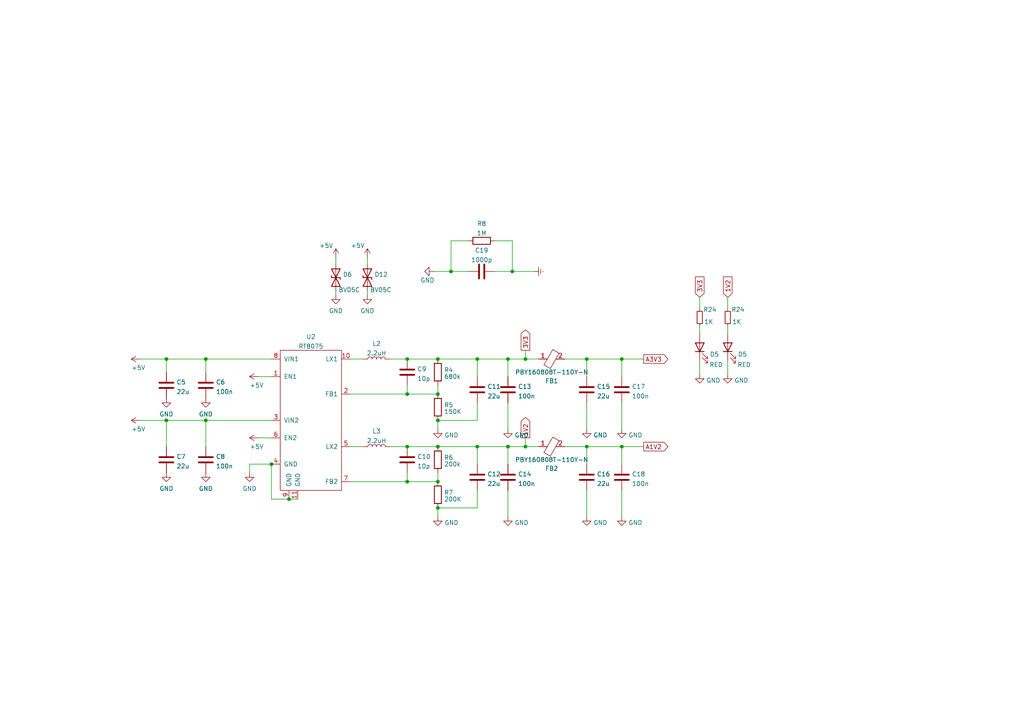
<source format=kicad_sch>
(kicad_sch (version 20230121) (generator eeschema)
  (paper "A4")
  (lib_symbols
    (symbol "Device:C" (pin_numbers hide) (pin_names (offset 0.254))
      (property "Reference" "C" (at 0.635 2.54 0))
      (property "Value" "C" (at 0.635 -2.54 0))
      (symbol "C_0_1"
        (polyline (pts (xy -2.032 -0.762) (xy 2.032 -0.762)) (stroke (width 0.508)))
        (polyline (pts (xy -2.032 0.762) (xy 2.032 0.762)) (stroke (width 0.508)))
      )
      (symbol "C_1_1"
        (pin passive line (at 0 3.81 270) (length 2.794) (name "~") (number "1"))
        (pin passive line (at 0 -3.81 90) (length 2.794) (name "~") (number "2"))
      )
    )
    (symbol "Device:D_TVS" (pin_numbers hide) (pin_names (offset 1.016) hide)
      (property "Reference" "D" (at 0 2.54 0))
      (property "Value" "D_TVS" (at 0 -2.54 0))
      (symbol "D_TVS_0_1"
        (polyline (pts (xy 1.27 0) (xy -1.27 0)))
        (polyline (pts (xy 0.508 1.27) (xy 0 1.27) (xy 0 -1.27) (xy -0.508 -1.27)) (stroke (width 0.254)))
        (polyline (pts (xy -2.54 1.27) (xy -2.54 -1.27) (xy 2.54 1.27) (xy 2.54 -1.27) (xy -2.54 1.27)) (stroke (width 0.254)))
      )
      (symbol "D_TVS_1_1"
        (pin passive line (at -3.81 0 0) (length 2.54) (name "A1") (number "1"))
        (pin passive line (at 3.81 0 180) (length 2.54) (name "A2") (number "2"))
      )
    )
    (symbol "Device:L" (pin_numbers hide) (pin_names (offset 1.016) hide)
      (property "Reference" "L" (at -1.27 0 90))
      (property "Value" "L" (at 1.905 0 90))
      (symbol "L_0_1"
        (arc (start 0 -2.54) (mid 0.6323 -1.905) (end 0 -1.27))
        (arc (start 0 -1.27) (mid 0.6323 -0.635) (end 0 0))
        (arc (start 0 0) (mid 0.6323 0.635) (end 0 1.27))
        (arc (start 0 1.27) (mid 0.6323 1.905) (end 0 2.54))
      )
      (symbol "L_1_1"
        (pin passive line (at 0 3.81 270) (length 1.27) (name "1") (number "1"))
        (pin passive line (at 0 -3.81 90) (length 1.27) (name "2") (number "2"))
      )
    )
    (symbol "Device:LED" (pin_numbers hide) (pin_names (offset 1.016) hide)
      (property "Reference" "D" (at 0 2.54 0))
      (property "Value" "LED" (at 0 -2.54 0))
      (symbol "LED_0_1"
        (polyline (pts (xy -1.27 -1.27) (xy -1.27 1.27)) (stroke (width 0.254)))
        (polyline (pts (xy -1.27 0) (xy 1.27 0)))
        (polyline (pts (xy 1.27 -1.27) (xy 1.27 1.27) (xy -1.27 0) (xy 1.27 -1.27)) (stroke (width 0.254)))
        (polyline (pts (xy -3.048 -0.762) (xy -4.572 -2.286) (xy -3.81 -2.286) (xy -4.572 -2.286) (xy -4.572 -1.524)))
        (polyline (pts (xy -1.778 -0.762) (xy -3.302 -2.286) (xy -2.54 -2.286) (xy -3.302 -2.286) (xy -3.302 -1.524)))
      )
      (symbol "LED_1_1"
        (pin passive line (at -3.81 0 0) (length 2.54) (name "K") (number "1"))
        (pin passive line (at 3.81 0 180) (length 2.54) (name "A") (number "2"))
      )
    )
    (symbol "Device:R" (pin_numbers hide) (pin_names (offset 0))
      (property "Reference" "R" (at 2.032 0 90))
      (property "Value" "R" (at 0 0 90))
      (symbol "R_0_1"
        (rectangle (start -1.016 -2.54) (end 1.016 2.54) (stroke (width 0.254)))
      )
      (symbol "R_1_1"
        (pin passive line (at 0 3.81 270) (length 1.27) (name "~") (number "1"))
        (pin passive line (at 0 -3.81 90) (length 1.27) (name "~") (number "2"))
      )
    )
    (symbol "Device:R_Small" (pin_numbers hide) (pin_names (offset 0.254) hide)
      (property "Reference" "R" (at 0.762 0.508 0))
      (property "Value" "R_Small" (at 0.762 -1.016 0))
      (symbol "R_Small_0_1"
        (rectangle (start -0.762 1.778) (end 0.762 -1.778) (stroke (width 0.2032)))
      )
      (symbol "R_Small_1_1"
        (pin passive line (at 0 2.54 270) (length 0.762) (name "~") (number "1"))
        (pin passive line (at 0 -2.54 90) (length 0.762) (name "~") (number "2"))
      )
    )
    (symbol "ECAT:PBY160808T-110Y-N"
      (property "Reference" "FB" (at 0 -5.08 0))
      (property "Value" "PBY160808T-110Y-N" (at 0 3.81 0))
      (symbol "PBY160808T-110Y-N_0_1"
        (polyline (pts (xy -1.4986 -0.4064) (xy -1.524 -0.4064)))
        (polyline (pts (xy 1.0414 -0.4064) (xy 0.9906 -0.4064)))
        (polyline (pts (xy -0.635 -3.175) (xy -2.4892 -2.1082) (xy 0.0762 2.3622) (xy 1.9304 1.27) (xy -0.635 -3.175)))
      )
      (symbol "PBY160808T-110Y-N_1_1"
        (pin passive line (at -4.0386 -0.4064 0) (length 2.54) (name "~") (number "1"))
        (pin passive line (at 3.5814 -0.4064 180) (length 2.54) (name "~") (number "2"))
      )
    )
    (symbol "ECAT:RT8075" (pin_names (offset 1.016))
      (property "Reference" "U?" (at 0 16.51 0))
      (property "Value" "RT8075" (at 0 13.97 0))
      (symbol "RT8075_1_1"
        (rectangle (start -8.89 20.32) (end 8.89 -20.32) (stroke (width 0.1524)))
        (pin input line (at -11.43 12.7 0) (length 2.54) (name "EN1") (number "1"))
        (pin power_out line (at 11.43 17.78 180) (length 2.54) (name "LX1") (number "10"))
        (pin power_in line (at -3.81 -22.86 90) (length 2.54) (name "GND") (number "11"))
        (pin input line (at 11.43 7.62 180) (length 2.54) (name "FB1") (number "2"))
        (pin power_in line (at -11.43 0 0) (length 2.54) (name "VIN2") (number "3"))
        (pin power_in line (at -11.43 -12.7 0) (length 2.54) (name "GND") (number "4"))
        (pin power_out line (at 11.43 -7.62 180) (length 2.54) (name "LX2") (number "5"))
        (pin input line (at -11.43 -5.08 0) (length 2.54) (name "EN2") (number "6"))
        (pin input line (at 11.43 -17.78 180) (length 2.54) (name "FB2") (number "7"))
        (pin power_in line (at -11.43 17.78 0) (length 2.54) (name "VIN1") (number "8"))
        (pin power_in line (at -6.35 -22.86 90) (length 2.54) (name "GND") (number "9"))
      )
    )
    (symbol "power:+5V" (power) (pin_names (offset 0))
      (property "Value" "+5V" (at 0 3.556 0))
      (symbol "+5V_0_1"
        (polyline (pts (xy -0.762 1.27) (xy 0 2.54)))
        (polyline (pts (xy 0 0) (xy 0 2.54)))
        (polyline (pts (xy 0 2.54) (xy 0.762 1.27)))
      )
      (symbol "+5V_1_1"
        (pin power_in line (at 0 0 90) (length 0) hide (name "+5V") (number "1"))
      )
    )
    (symbol "power:Earth" (power) (pin_names (offset 0))
      (symbol "Earth_0_1"
        (polyline (pts (xy -0.635 -1.905) (xy 0.635 -1.905)))
        (polyline (pts (xy -0.127 -2.54) (xy 0.127 -2.54)))
        (polyline (pts (xy 0 -1.27) (xy 0 0)))
        (polyline (pts (xy 1.27 -1.27) (xy -1.27 -1.27)))
      )
      (symbol "Earth_1_1"
        (pin power_in line (at 0 0 270) (length 0) hide (name "Earth") (number "1"))
      )
    )
    (symbol "power:GND" (power) (pin_names (offset 0))
      (property "Value" "GND" (at 0 -3.81 0))
      (symbol "GND_0_1"
        (polyline (pts (xy 0 0) (xy 0 -1.27) (xy 1.27 -1.27) (xy 0 -2.54) (xy -1.27 -1.27) (xy 0 -1.27)))
      )
      (symbol "GND_1_1"
        (pin power_in line (at 0 0 270) (length 0) hide (name "GND") (number "1"))
      )
    )
  )
  (junction (at 48.26 104.14))
  (junction (at 59.69 104.14))
  (junction (at 180.34 129.54))
  (junction (at 48.26 121.92))
  (junction (at 118.11 114.3))
  (junction (at 152.4 129.54))
  (junction (at 59.69 121.92))
  (junction (at 118.11 104.14))
  (junction (at 148.59 78.74))
  (junction (at 127 129.54))
  (junction (at 138.43 104.14))
  (junction (at 127 139.7))
  (junction (at 152.4 104.14))
  (junction (at 147.32 104.14))
  (junction (at 130.81 78.74))
  (junction (at 127 147.32))
  (junction (at 138.43 129.54))
  (junction (at 127 121.92))
  (junction (at 118.11 129.54))
  (junction (at 147.32 129.54))
  (junction (at 170.18 104.14))
  (junction (at 118.11 139.7))
  (junction (at 180.34 104.14))
  (junction (at 83.82 144.78))
  (junction (at 78.74 134.62))
  (junction (at 127 104.14))
  (junction (at 170.18 129.54))
  (junction (at 127 114.3))
  (wire (pts (xy 78.74 144.78) (xy 78.74 134.62)))
  (wire (pts (xy 170.18 142.24) (xy 170.18 149.86)))
  (wire (pts (xy 101.6 114.3) (xy 118.11 114.3)))
  (wire (pts (xy 138.43 121.92) (xy 127 121.92)))
  (wire (pts (xy 138.43 142.24) (xy 138.43 147.32)))
  (wire (pts (xy 163.83 129.54) (xy 170.18 129.54)))
  (wire (pts (xy 180.34 129.54) (xy 186.69 129.54)))
  (wire (pts (xy 202.946 86.233) (xy 202.946 89.535)))
  (wire (pts (xy 170.18 116.84) (xy 170.18 124.46)))
  (wire (pts (xy 127 137.16) (xy 127 139.7)))
  (wire (pts (xy 147.32 109.22) (xy 147.32 104.14)))
  (wire (pts (xy 180.34 142.24) (xy 180.34 149.86)))
  (wire (pts (xy 152.4 127) (xy 152.4 129.54)))
  (wire (pts (xy 97.409 74.676) (xy 97.409 76.708)))
  (wire (pts (xy 148.59 78.74) (xy 154.94 78.74)))
  (wire (pts (xy 163.83 104.14) (xy 170.18 104.14)))
  (wire (pts (xy 170.18 104.14) (xy 170.18 109.22)))
  (wire (pts (xy 127 111.76) (xy 127 114.3)))
  (wire (pts (xy 211.074 86.233) (xy 211.074 89.535)))
  (wire (pts (xy 106.553 84.328) (xy 106.553 85.598)))
  (wire (pts (xy 211.074 94.615) (xy 211.074 96.901)))
  (wire (pts (xy 78.74 134.62) (xy 72.39 134.62)))
  (wire (pts (xy 59.69 104.14) (xy 59.69 107.95)))
  (wire (pts (xy 147.32 116.84) (xy 147.32 124.46)))
  (wire (pts (xy 101.6 139.7) (xy 118.11 139.7)))
  (wire (pts (xy 180.34 104.14) (xy 186.69 104.14)))
  (wire (pts (xy 40.64 121.92) (xy 48.26 121.92)))
  (wire (pts (xy 118.11 104.14) (xy 127 104.14)))
  (wire (pts (xy 74.93 109.22) (xy 78.74 109.22)))
  (wire (pts (xy 180.34 129.54) (xy 170.18 129.54)))
  (wire (pts (xy 59.69 121.92) (xy 78.74 121.92)))
  (wire (pts (xy 72.39 134.62) (xy 72.39 137.16)))
  (wire (pts (xy 138.43 129.54) (xy 127 129.54)))
  (wire (pts (xy 180.34 116.84) (xy 180.34 124.46)))
  (wire (pts (xy 101.6 129.54) (xy 105.41 129.54)))
  (wire (pts (xy 59.69 104.14) (xy 78.74 104.14)))
  (wire (pts (xy 74.93 127) (xy 78.74 127)))
  (wire (pts (xy 118.11 111.76) (xy 118.11 114.3)))
  (wire (pts (xy 152.4 104.14) (xy 156.21 104.14)))
  (wire (pts (xy 143.51 69.85) (xy 148.59 69.85)))
  (wire (pts (xy 143.51 78.74) (xy 148.59 78.74)))
  (wire (pts (xy 113.03 129.54) (xy 118.11 129.54)))
  (wire (pts (xy 118.11 129.54) (xy 127 129.54)))
  (wire (pts (xy 147.32 104.14) (xy 138.43 104.14)))
  (wire (pts (xy 138.43 147.32) (xy 127 147.32)))
  (wire (pts (xy 118.11 114.3) (xy 127 114.3)))
  (wire (pts (xy 48.26 104.14) (xy 59.69 104.14)))
  (wire (pts (xy 148.59 69.85) (xy 148.59 78.74)))
  (wire (pts (xy 152.4 129.54) (xy 147.32 129.54)))
  (wire (pts (xy 83.82 144.78) (xy 78.74 144.78)))
  (wire (pts (xy 118.11 137.16) (xy 118.11 139.7)))
  (wire (pts (xy 83.82 144.78) (xy 86.36 144.78)))
  (wire (pts (xy 138.43 134.62) (xy 138.43 129.54)))
  (wire (pts (xy 180.34 104.14) (xy 170.18 104.14)))
  (wire (pts (xy 147.32 134.62) (xy 147.32 129.54)))
  (wire (pts (xy 152.4 104.14) (xy 147.32 104.14)))
  (wire (pts (xy 202.946 104.521) (xy 202.946 108.585)))
  (wire (pts (xy 152.4 101.6) (xy 152.4 104.14)))
  (wire (pts (xy 113.03 104.14) (xy 118.11 104.14)))
  (wire (pts (xy 48.26 121.92) (xy 48.26 129.54)))
  (wire (pts (xy 59.69 121.92) (xy 59.69 129.54)))
  (wire (pts (xy 138.43 116.84) (xy 138.43 121.92)))
  (wire (pts (xy 106.553 74.676) (xy 106.553 76.708)))
  (wire (pts (xy 101.6 104.14) (xy 105.41 104.14)))
  (wire (pts (xy 147.32 129.54) (xy 138.43 129.54)))
  (wire (pts (xy 147.32 142.24) (xy 147.32 149.86)))
  (wire (pts (xy 127 147.32) (xy 127 149.86)))
  (wire (pts (xy 48.26 121.92) (xy 59.69 121.92)))
  (wire (pts (xy 118.11 139.7) (xy 127 139.7)))
  (wire (pts (xy 138.43 109.22) (xy 138.43 104.14)))
  (wire (pts (xy 130.81 78.74) (xy 125.73 78.74)))
  (wire (pts (xy 152.4 129.54) (xy 156.21 129.54)))
  (wire (pts (xy 135.89 69.85) (xy 130.81 69.85)))
  (wire (pts (xy 180.34 109.22) (xy 180.34 104.14)))
  (wire (pts (xy 138.43 104.14) (xy 127 104.14)))
  (wire (pts (xy 97.409 84.328) (xy 97.409 85.598)))
  (wire (pts (xy 130.81 78.74) (xy 135.89 78.74)))
  (wire (pts (xy 40.64 104.14) (xy 48.26 104.14)))
  (wire (pts (xy 202.946 94.615) (xy 202.946 96.901)))
  (wire (pts (xy 211.074 104.521) (xy 211.074 108.585)))
  (wire (pts (xy 170.18 129.54) (xy 170.18 134.62)))
  (wire (pts (xy 48.26 104.14) (xy 48.26 107.95)))
  (wire (pts (xy 180.34 134.62) (xy 180.34 129.54)))
  (wire (pts (xy 130.81 69.85) (xy 130.81 78.74)))
  (wire (pts (xy 127 121.92) (xy 127 124.46)))
  (global_label "1V2" (shape input) (at 211.074 86.233 90) (property "Intersheetrefs" "${INTERSHEET_REFS}" (effects hide)))
  (global_label "3V3" (shape input) (at 202.946 86.233 90) (property "Intersheetrefs" "${INTERSHEET_REFS}" (effects hide)))
  (global_label "A3V3" (shape output) (at 186.69 104.14 0) (property "Intersheetrefs" "${INTERSHEET_REFS}" (effects hide)))
  (global_label "3V3" (shape output) (at 152.4 101.6 90) (property "Intersheetrefs" "${INTERSHEET_REFS}" (effects hide)))
  (global_label "1V2" (shape output) (at 152.4 127 90) (property "Intersheetrefs" "${INTERSHEET_REFS}" (effects hide)))
  (global_label "A1V2" (shape output) (at 186.69 129.54 0) (property "Intersheetrefs" "${INTERSHEET_REFS}" (effects hide)))
  (symbol (lib_id "Device:C") (at 147.32 138.43 0) (unit 1)
    (property "Reference" "C14" (at 150.241 137.5215 0) (effects (justify left)))
    (property "Value" "100n" (at 150.241 140.2966 0) (effects (justify left)))
    (property "Footprint" "Capacitor_SMD:C_0402_1005Metric" (effects hide))
  )
  (symbol (lib_id "power:GND") (at 125.73 78.74 270) (unit 1)
    (property "Reference" "#PWR0127" (effects hide))
    (property "Value" "GND" (at 121.92 81.28 90) (effects (justify left)))
  )
  (symbol (lib_id "power:GND") (at 170.18 124.46 0) (unit 1)
    (property "Reference" "#PWR0119" (effects hide))
    (property "Value" "GND" (at 172.085 126.209 0) (effects (justify left)))
  )
  (symbol (lib_id "power:GND") (at 48.26 137.16 0) (unit 1)
    (property "Reference" "#PWR0109" (effects hide))
    (property "Value" "GND" (at 48.26 141.7225 0))
  )
  (symbol (lib_id "power:+5V") (at 40.64 121.92 90) (unit 1)
    (property "Reference" "#PWR0111" (effects hide))
    (property "Value" "+5V" (at 38.1 124.46 90) (effects (justify right)))
  )
  (symbol (lib_id "Device:L") (at 109.22 129.54 90) (unit 1)
    (property "Reference" "L3" (at 109.22 125.0655 90))
    (property "Value" "2.2uH" (at 109.22 127.8406 90))
    (property "Footprint" "Inductor_SMD:L_0805_2012Metric" (effects hide))
  )
  (symbol (lib_id "Device:R") (at 127 143.51 0) (unit 1)
    (property "Reference" "R7" (at 128.778 142.8663 0) (effects (justify left)))
    (property "Value" "200K" (at 128.778 144.7873 0) (effects (justify left)))
    (property "Footprint" "Resistor_SMD:R_0402_1005Metric" (effects hide))
  )
  (symbol (lib_id "Device:R") (at 127 107.95 0) (unit 1)
    (property "Reference" "R4" (at 128.778 107.3063 0) (effects (justify left)))
    (property "Value" "680k" (at 128.778 109.2273 0) (effects (justify left)))
    (property "Footprint" "Resistor_SMD:R_0402_1005Metric" (effects hide))
  )
  (symbol (lib_id "Device:R_Small") (at 202.946 92.075 180) (unit 1)
    (property "Reference" "R24" (at 203.962 89.789 0) (effects (justify right)))
    (property "Value" "1K" (at 204.216 93.345 0) (effects (justify right)))
    (property "Footprint" "Resistor_SMD:R_0402_1005Metric" (effects hide))
    (instances (project "EtherCAT2XXX" (path "" (reference "R24") (unit 1)) (path "" (reference "R2") (unit 1))))
  )
  (symbol (lib_id "Device:C") (at 118.11 107.95 0) (unit 1)
    (property "Reference" "C9" (at 121.031 107.0415 0) (effects (justify left)))
    (property "Value" "10p" (at 121.031 109.8166 0) (effects (justify left)))
    (property "Footprint" "Capacitor_SMD:C_0402_1005Metric" (effects hide))
  )
  (symbol (lib_id "Device:C") (at 59.69 133.35 180) (unit 1)
    (property "Reference" "C8" (at 62.611 132.4415 0) (effects (justify right)))
    (property "Value" "100n" (at 62.611 135.2166 0) (effects (justify right)))
    (property "Footprint" "Capacitor_SMD:C_0402_1005Metric" (effects hide))
  )
  (symbol (lib_id "Device:C") (at 59.69 111.76 180) (unit 1)
    (property "Reference" "C6" (at 62.611 110.8515 0) (effects (justify right)))
    (property "Value" "100n" (at 62.611 113.6266 0) (effects (justify right)))
    (property "Footprint" "Capacitor_SMD:C_0402_1005Metric" (effects hide))
  )
  (symbol (lib_id "power:GND") (at 127 149.86 0) (unit 1)
    (property "Reference" "#PWR0105" (effects hide))
    (property "Value" "GND" (at 128.905 151.609 0) (effects (justify left)))
  )
  (symbol (lib_id "power:GND") (at 72.39 137.16 0) (unit 1)
    (property "Reference" "#PWR0116" (effects hide))
    (property "Value" "GND" (at 72.39 141.7225 0))
  )
  (symbol (lib_id "Device:R") (at 139.7 69.85 90) (unit 1)
    (property "Reference" "R8" (at 139.7 64.8675 90))
    (property "Value" "1M" (at 139.7 67.6426 90))
    (property "Footprint" "Resistor_SMD:R_1206_3216Metric" (effects hide))
  )
  (symbol (lib_id "Device:C") (at 48.26 111.76 180) (unit 1)
    (property "Reference" "C5" (at 51.181 110.8515 0) (effects (justify right)))
    (property "Value" "22u" (at 51.181 113.6266 0) (effects (justify right)))
    (property "Footprint" "Capacitor_SMD:C_0603_1608Metric" (effects hide))
  )
  (symbol (lib_id "power:+5V") (at 40.64 104.14 90) (unit 1)
    (property "Reference" "#PWR0113" (effects hide))
    (property "Value" "+5V" (at 38.1 106.68 90) (effects (justify right)))
  )
  (symbol (lib_id "power:GND") (at 147.32 124.46 0) (unit 1)
    (property "Reference" "#PWR0103" (effects hide))
    (property "Value" "GND" (at 149.225 126.209 0) (effects (justify left)))
  )
  (symbol (lib_id "power:+5V") (at 74.93 109.22 90) (unit 1)
    (property "Reference" "#PWR0108" (effects hide))
    (property "Value" "+5V" (at 72.39 111.76 90) (effects (justify right)))
  )
  (symbol (lib_id "Device:C") (at 170.18 138.43 0) (unit 1)
    (property "Reference" "C16" (at 173.101 137.5215 0) (effects (justify left)))
    (property "Value" "22u" (at 173.101 140.2966 0) (effects (justify left)))
    (property "Footprint" "Capacitor_SMD:C_0603_1608Metric" (effects hide))
  )
  (symbol (lib_id "Device:R") (at 127 118.11 0) (unit 1)
    (property "Reference" "R5" (at 128.778 117.4663 0) (effects (justify left)))
    (property "Value" "150K" (at 128.778 119.3873 0) (effects (justify left)))
    (property "Footprint" "Resistor_SMD:R_0402_1005Metric" (effects hide))
  )
  (symbol (lib_id "Device:LED") (at 211.074 100.711 90) (unit 1)
    (property "Reference" "D5" (at 213.995 102.7775 90) (effects (justify right)))
    (property "Value" "RED" (at 213.868 105.791 90) (effects (justify right)))
    (property "Footprint" "LED_SMD:LED_0402_1005Metric" (effects hide))
    (instances (project "EtherCAT2XXX" (path "" (reference "D5") (unit 1)) (path "" (reference "D11") (unit 1))))
  )
  (symbol (lib_id "ECAT:PBY160808T-110Y-N") (at 160.2486 103.7336 0) (unit 1)
    (property "Reference" "FB1" (at 160.02 110.49 0))
    (property "Value" "PBY160808T-110Y-N" (at 160.02 107.95 0))
    (property "Footprint" "Inductor_SMD:L_0603_1608Metric" (effects hide))
  )
  (symbol (lib_id "power:Earth") (at 154.94 78.74 90) (unit 1)
    (property "Reference" "#PWR0125" (effects hide))
    (property "Value" "Earth" (effects hide))
  )
  (symbol (lib_id "power:GND") (at 59.69 115.57 0) (unit 1)
    (property "Reference" "#PWR0114" (effects hide))
    (property "Value" "GND" (at 59.69 120.1325 0))
  )
  (symbol (lib_id "power:GND") (at 202.946 108.585 0) (unit 1)
    (property "Reference" "#PWR012" (effects hide))
    (property "Value" "GND" (at 204.851 110.334 0) (effects (justify left)))
  )
  (symbol (lib_id "power:+5V") (at 74.93 127 90) (unit 1)
    (property "Reference" "#PWR0115" (effects hide))
    (property "Value" "+5V" (at 72.39 129.54 90) (effects (justify right)))
  )
  (symbol (lib_id "Device:C") (at 138.43 138.43 0) (unit 1)
    (property "Reference" "C12" (at 141.351 137.5215 0) (effects (justify left)))
    (property "Value" "22u" (at 141.351 140.2966 0) (effects (justify left)))
    (property "Footprint" "Capacitor_SMD:C_0603_1608Metric" (effects hide))
  )
  (symbol (lib_id "Device:C") (at 118.11 133.35 180) (unit 1)
    (property "Reference" "C10" (at 121.031 132.4415 0) (effects (justify right)))
    (property "Value" "10p" (at 121.031 135.2166 0) (effects (justify right)))
    (property "Footprint" "Capacitor_SMD:C_0402_1005Metric" (effects hide))
  )
  (symbol (lib_id "power:GND") (at 180.34 124.46 0) (unit 1)
    (property "Reference" "#PWR0120" (effects hide))
    (property "Value" "GND" (at 182.245 126.209 0) (effects (justify left)))
  )
  (symbol (lib_id "Device:LED") (at 202.946 100.711 90) (unit 1)
    (property "Reference" "D5" (at 205.867 102.7775 90) (effects (justify right)))
    (property "Value" "RED" (at 205.74 105.791 90) (effects (justify right)))
    (property "Footprint" "LED_SMD:LED_0402_1005Metric" (effects hide))
    (instances (project "EtherCAT2XXX" (path "" (reference "D5") (unit 1)) (path "" (reference "D10") (unit 1))))
  )
  (symbol (lib_id "Device:C") (at 170.18 113.03 0) (unit 1)
    (property "Reference" "C15" (at 173.101 112.1215 0) (effects (justify left)))
    (property "Value" "22u" (at 173.101 114.8966 0) (effects (justify left)))
    (property "Footprint" "Capacitor_SMD:C_0603_1608Metric" (effects hide))
  )
  (symbol (lib_id "Device:R_Small") (at 211.074 92.075 180) (unit 1)
    (property "Reference" "R24" (at 212.09 89.789 0) (effects (justify right)))
    (property "Value" "1K" (at 212.344 93.345 0) (effects (justify right)))
    (property "Footprint" "Resistor_SMD:R_0402_1005Metric" (effects hide))
    (instances (project "EtherCAT2XXX" (path "" (reference "R24") (unit 1)) (path "" (reference "R3") (unit 1))))
  )
  (symbol (lib_id "power:GND") (at 106.553 85.598 0) (unit 1)
    (property "Reference" "#PWR017" (effects hide))
    (property "Value" "GND" (at 106.553 90.1605 0))
    (instances (project "EtherCAT2XXX" (path "" (reference "#PWR017") (unit 1))) (project "USB2XXX" (path "" (reference "#PWR032") (unit 1))))
  )
  (symbol (lib_id "power:GND") (at 59.69 137.16 0) (unit 1)
    (property "Reference" "#PWR0110" (effects hide))
    (property "Value" "GND" (at 59.69 141.7225 0))
  )
  (symbol (lib_id "power:GND") (at 180.34 149.86 0) (unit 1)
    (property "Reference" "#PWR0117" (effects hide))
    (property "Value" "GND" (at 182.245 151.609 0) (effects (justify left)))
  )
  (symbol (lib_id "ECAT:PBY160808T-110Y-N") (at 160.2486 129.1336 0) (unit 1)
    (property "Reference" "FB2" (at 160.02 135.89 0))
    (property "Value" "PBY160808T-110Y-N" (at 160.02 133.35 0))
    (property "Footprint" "Inductor_SMD:L_0603_1608Metric" (effects hide))
  )
  (symbol (lib_id "Device:D_TVS") (at 97.409 80.518 90) (unit 1)
    (property "Reference" "D6" (at 99.441 79.6095 90) (effects (justify right)))
    (property "Value" "BV05C" (at 98.171 84.074 90) (effects (justify right)))
    (property "Footprint" "Diode_SMD:D_SOD-323" (effects hide))
    (instances (project "EtherCAT2XXX" (path "" (reference "D6") (unit 1))) (project "USB2XXX" (path "" (reference "D5") (unit 1))))
  )
  (symbol (lib_id "power:GND") (at 170.18 149.86 0) (unit 1)
    (property "Reference" "#PWR0118" (effects hide))
    (property "Value" "GND" (at 172.085 151.609 0) (effects (justify left)))
  )
  (symbol (lib_id "power:+5V") (at 97.409 74.676 0) (unit 1)
    (property "Reference" "#PWR011" (effects hide))
    (property "Value" "+5V" (at 96.647 71.247 0) (effects (justify right)))
  )
  (symbol (lib_id "Device:C") (at 147.32 113.03 0) (unit 1)
    (property "Reference" "C13" (at 150.241 112.1215 0) (effects (justify left)))
    (property "Value" "100n" (at 150.241 114.8966 0) (effects (justify left)))
    (property "Footprint" "Capacitor_SMD:C_0402_1005Metric" (effects hide))
  )
  (symbol (lib_id "power:GND") (at 48.26 115.57 0) (unit 1)
    (property "Reference" "#PWR0112" (effects hide))
    (property "Value" "GND" (at 48.26 120.1325 0))
  )
  (symbol (lib_id "Device:C") (at 138.43 113.03 0) (unit 1)
    (property "Reference" "C11" (at 141.351 112.1215 0) (effects (justify left)))
    (property "Value" "22u" (at 141.351 114.8966 0) (effects (justify left)))
    (property "Footprint" "Capacitor_SMD:C_0603_1608Metric" (effects hide))
  )
  (symbol (lib_id "Device:C") (at 48.26 133.35 180) (unit 1)
    (property "Reference" "C7" (at 51.181 132.4415 0) (effects (justify right)))
    (property "Value" "22u" (at 51.181 135.2166 0) (effects (justify right)))
    (property "Footprint" "Capacitor_SMD:C_0603_1608Metric" (effects hide))
  )
  (symbol (lib_id "power:GND") (at 211.074 108.585 0) (unit 1)
    (property "Reference" "#PWR013" (effects hide))
    (property "Value" "GND" (at 212.979 110.334 0) (effects (justify left)))
  )
  (symbol (lib_id "Device:L") (at 109.22 104.14 90) (unit 1)
    (property "Reference" "L2" (at 109.22 99.6655 90))
    (property "Value" "2.2uH" (at 109.22 102.4406 90))
    (property "Footprint" "Inductor_SMD:L_0805_2012Metric" (effects hide))
  )
  (symbol (lib_id "Device:C") (at 180.34 138.43 0) (unit 1)
    (property "Reference" "C18" (at 183.261 137.5215 0) (effects (justify left)))
    (property "Value" "100n" (at 183.261 140.2966 0) (effects (justify left)))
    (property "Footprint" "Capacitor_SMD:C_0402_1005Metric" (effects hide))
  )
  (symbol (lib_id "power:GND") (at 127 124.46 0) (unit 1)
    (property "Reference" "#PWR0107" (effects hide))
    (property "Value" "GND" (at 128.905 126.209 0) (effects (justify left)))
  )
  (symbol (lib_id "power:GND") (at 97.409 85.598 0) (unit 1)
    (property "Reference" "#PWR010" (effects hide))
    (property "Value" "GND" (at 97.409 90.1605 0))
    (instances (project "EtherCAT2XXX" (path "" (reference "#PWR010") (unit 1))) (project "USB2XXX" (path "" (reference "#PWR032") (unit 1))))
  )
  (symbol (lib_id "Device:D_TVS") (at 106.553 80.518 90) (unit 1)
    (property "Reference" "D12" (at 108.585 79.6095 90) (effects (justify right)))
    (property "Value" "BV05C" (at 107.315 84.074 90) (effects (justify right)))
    (property "Footprint" "Diode_SMD:D_SOD-323" (effects hide))
    (instances (project "EtherCAT2XXX" (path "" (reference "D12") (unit 1))) (project "USB2XXX" (path "" (reference "D5") (unit 1))))
  )
  (symbol (lib_id "Device:R") (at 127 133.35 0) (unit 1)
    (property "Reference" "R6" (at 128.778 132.7063 0) (effects (justify left)))
    (property "Value" "200k" (at 128.778 134.6273 0) (effects (justify left)))
    (property "Footprint" "Resistor_SMD:R_0402_1005Metric" (effects hide))
  )
  (symbol (lib_id "Device:C") (at 139.7 78.74 270) (unit 1)
    (property "Reference" "C19" (at 139.7 72.6145 90))
    (property "Value" "1000p" (at 139.7 75.3896 90))
    (property "Footprint" "Capacitor_SMD:C_1206_3216Metric" (effects hide))
  )
  (symbol (lib_id "ECAT:RT8075") (at 90.17 121.92 0) (unit 1)
    (property "Reference" "U2" (at 90.17 97.6843 0))
    (property "Value" "RT8075" (at 90.17 100.4594 0))
    (property "Footprint" "EXTRA IC:WDFN-10_L3.0-W3.0-P0.50-BL-EP" (effects hide))
  )
  (symbol (lib_id "Device:C") (at 180.34 113.03 0) (unit 1)
    (property "Reference" "C17" (at 183.261 112.1215 0) (effects (justify left)))
    (property "Value" "100n" (at 183.261 114.8966 0) (effects (justify left)))
    (property "Footprint" "Capacitor_SMD:C_0402_1005Metric" (effects hide))
  )
  (symbol (lib_id "power:GND") (at 147.32 149.86 0) (unit 1)
    (property "Reference" "#PWR0106" (effects hide))
    (property "Value" "GND" (at 149.225 151.609 0) (effects (justify left)))
  )
  (symbol (lib_id "power:+5V") (at 106.553 74.676 0) (unit 1)
    (property "Reference" "#PWR016" (effects hide))
    (property "Value" "+5V" (at 105.791 71.247 0) (effects (justify right)))
  )
)
</source>
